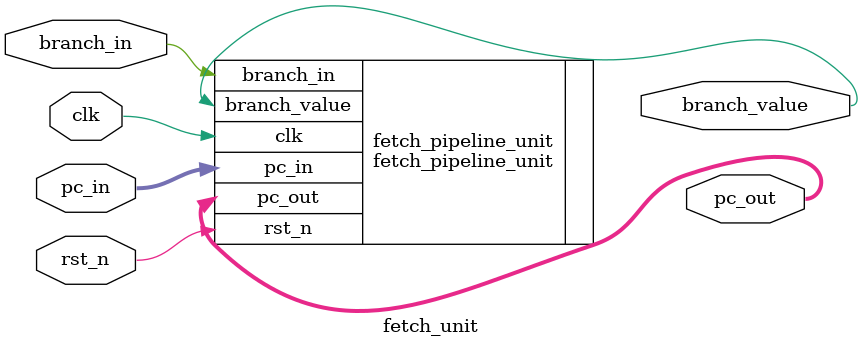
<source format=sv>
module fetch_unit(
    input clk,
    input rst_n,
    input branch_in,
    input [6:0] pc_in,
    output branch_value,
    output [6:0] pc_out
);

// pipeline module
fetch_pipeline_unit fetch_pipeline_unit(
    .clk(clk),
    .rst_n(rst_n),
    .branch_in(branch_in),
    .pc_in(pc_in),
    .branch_value(branch_value),
    .pc_out(pc_out)
);

endmodule: fetch_unit
</source>
